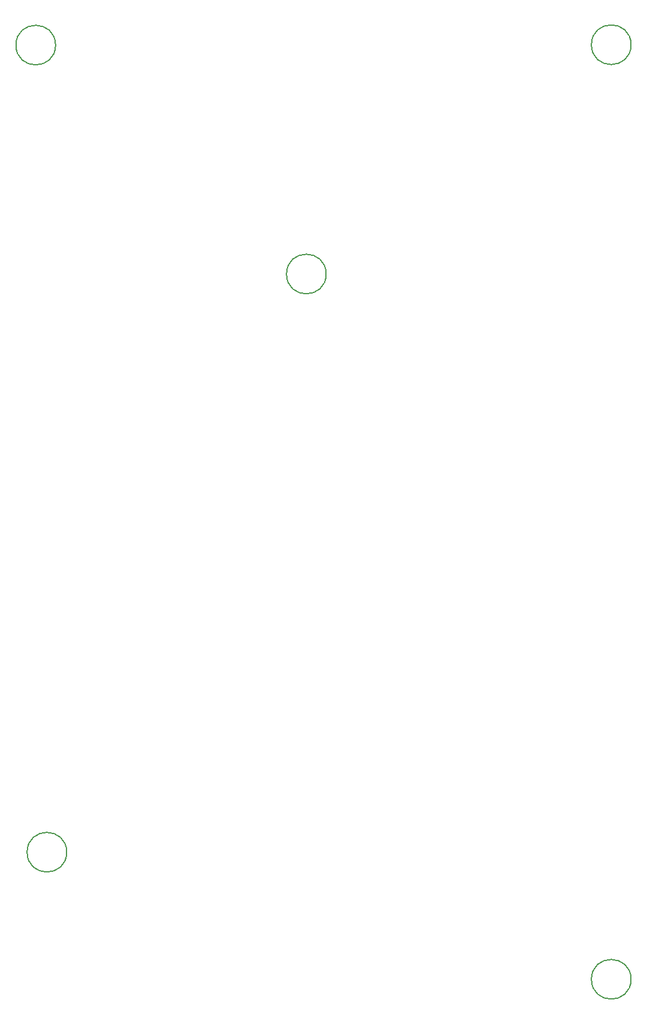
<source format=gbr>
%TF.GenerationSoftware,KiCad,Pcbnew,7.0.11-7.0.11~ubuntu22.04.1*%
%TF.CreationDate,2024-08-01T20:44:47-04:00*%
%TF.ProjectId,coleco_original,636f6c65-636f-45f6-9f72-6967696e616c,DEV*%
%TF.SameCoordinates,Original*%
%TF.FileFunction,Other,Comment*%
%FSLAX46Y46*%
G04 Gerber Fmt 4.6, Leading zero omitted, Abs format (unit mm)*
G04 Created by KiCad (PCBNEW 7.0.11-7.0.11~ubuntu22.04.1) date 2024-08-01 20:44:47*
%MOMM*%
%LPD*%
G01*
G04 APERTURE LIST*
%ADD10C,0.150000*%
G04 APERTURE END LIST*
D10*
%TO.C,H6*%
X156266800Y-51955000D02*
G75*
G03*
X150666800Y-51955000I-2800000J0D01*
G01*
X150666800Y-51955000D02*
G75*
G03*
X156266800Y-51955000I2800000J0D01*
G01*
%TO.C,H2*%
X76510800Y-166051800D02*
G75*
G03*
X70910800Y-166051800I-2800000J0D01*
G01*
X70910800Y-166051800D02*
G75*
G03*
X76510800Y-166051800I2800000J0D01*
G01*
%TO.C,H7*%
X113175700Y-84352700D02*
G75*
G03*
X107575700Y-84352700I-2800000J0D01*
G01*
X107575700Y-84352700D02*
G75*
G03*
X113175700Y-84352700I2800000J0D01*
G01*
%TO.C,H4*%
X74936000Y-52005800D02*
G75*
G03*
X69336000Y-52005800I-2800000J0D01*
G01*
X69336000Y-52005800D02*
G75*
G03*
X74936000Y-52005800I2800000J0D01*
G01*
%TO.C,H1*%
X156266800Y-184009600D02*
G75*
G03*
X150666800Y-184009600I-2800000J0D01*
G01*
X150666800Y-184009600D02*
G75*
G03*
X156266800Y-184009600I2800000J0D01*
G01*
%TD*%
M02*

</source>
